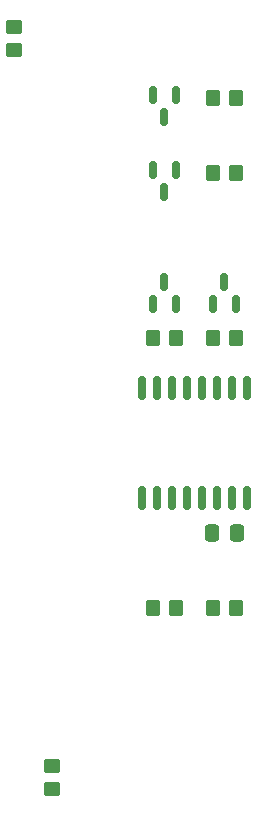
<source format=gbr>
%TF.GenerationSoftware,KiCad,Pcbnew,6.0.6*%
%TF.CreationDate,2022-09-30T13:38:31-04:00*%
%TF.ProjectId,hvac-r,68766163-2d72-42e6-9b69-6361645f7063,rev?*%
%TF.SameCoordinates,Original*%
%TF.FileFunction,Paste,Top*%
%TF.FilePolarity,Positive*%
%FSLAX46Y46*%
G04 Gerber Fmt 4.6, Leading zero omitted, Abs format (unit mm)*
G04 Created by KiCad (PCBNEW 6.0.6) date 2022-09-30 13:38:31*
%MOMM*%
%LPD*%
G01*
G04 APERTURE LIST*
G04 Aperture macros list*
%AMRoundRect*
0 Rectangle with rounded corners*
0 $1 Rounding radius*
0 $2 $3 $4 $5 $6 $7 $8 $9 X,Y pos of 4 corners*
0 Add a 4 corners polygon primitive as box body*
4,1,4,$2,$3,$4,$5,$6,$7,$8,$9,$2,$3,0*
0 Add four circle primitives for the rounded corners*
1,1,$1+$1,$2,$3*
1,1,$1+$1,$4,$5*
1,1,$1+$1,$6,$7*
1,1,$1+$1,$8,$9*
0 Add four rect primitives between the rounded corners*
20,1,$1+$1,$2,$3,$4,$5,0*
20,1,$1+$1,$4,$5,$6,$7,0*
20,1,$1+$1,$6,$7,$8,$9,0*
20,1,$1+$1,$8,$9,$2,$3,0*%
G04 Aperture macros list end*
%ADD10RoundRect,0.250000X-0.450000X0.350000X-0.450000X-0.350000X0.450000X-0.350000X0.450000X0.350000X0*%
%ADD11RoundRect,0.150000X-0.150000X0.875000X-0.150000X-0.875000X0.150000X-0.875000X0.150000X0.875000X0*%
%ADD12RoundRect,0.250000X-0.350000X-0.450000X0.350000X-0.450000X0.350000X0.450000X-0.350000X0.450000X0*%
%ADD13RoundRect,0.250000X0.350000X0.450000X-0.350000X0.450000X-0.350000X-0.450000X0.350000X-0.450000X0*%
%ADD14RoundRect,0.150000X0.150000X-0.587500X0.150000X0.587500X-0.150000X0.587500X-0.150000X-0.587500X0*%
%ADD15RoundRect,0.150000X-0.150000X0.587500X-0.150000X-0.587500X0.150000X-0.587500X0.150000X0.587500X0*%
%ADD16RoundRect,0.250000X0.337500X0.475000X-0.337500X0.475000X-0.337500X-0.475000X0.337500X-0.475000X0*%
G04 APERTURE END LIST*
D10*
%TO.C,R12*%
X113665000Y-130175000D03*
X113665000Y-132175000D03*
%TD*%
%TO.C,R11*%
X110490000Y-67580000D03*
X110490000Y-69580000D03*
%TD*%
D11*
%TO.C,U1*%
X130175000Y-98220000D03*
X128905000Y-98220000D03*
X127635000Y-98220000D03*
X126365000Y-98220000D03*
X125095000Y-98220000D03*
X123825000Y-98220000D03*
X122555000Y-98220000D03*
X121285000Y-98220000D03*
X121285000Y-107520000D03*
X122555000Y-107520000D03*
X123825000Y-107520000D03*
X125095000Y-107520000D03*
X126365000Y-107520000D03*
X127635000Y-107520000D03*
X128905000Y-107520000D03*
X130175000Y-107520000D03*
%TD*%
D12*
%TO.C,R10*%
X122190000Y-116840000D03*
X124190000Y-116840000D03*
%TD*%
D13*
%TO.C,R9*%
X129270000Y-116840000D03*
X127270000Y-116840000D03*
%TD*%
D12*
%TO.C,R7*%
X127270000Y-93980000D03*
X129270000Y-93980000D03*
%TD*%
%TO.C,R5*%
X122190000Y-93980000D03*
X124190000Y-93980000D03*
%TD*%
%TO.C,R3*%
X127270000Y-80010000D03*
X129270000Y-80010000D03*
%TD*%
%TO.C,R1*%
X127270000Y-73660000D03*
X129270000Y-73660000D03*
%TD*%
D14*
%TO.C,Q4*%
X127320000Y-91107500D03*
X129220000Y-91107500D03*
X128270000Y-89232500D03*
%TD*%
%TO.C,Q3*%
X122240000Y-91107500D03*
X124140000Y-91107500D03*
X123190000Y-89232500D03*
%TD*%
D15*
%TO.C,Q2*%
X124140000Y-79707500D03*
X122240000Y-79707500D03*
X123190000Y-81582500D03*
%TD*%
%TO.C,Q1*%
X124140000Y-73357500D03*
X122240000Y-73357500D03*
X123190000Y-75232500D03*
%TD*%
D16*
%TO.C,C2*%
X129307500Y-110490000D03*
X127232500Y-110490000D03*
%TD*%
M02*

</source>
